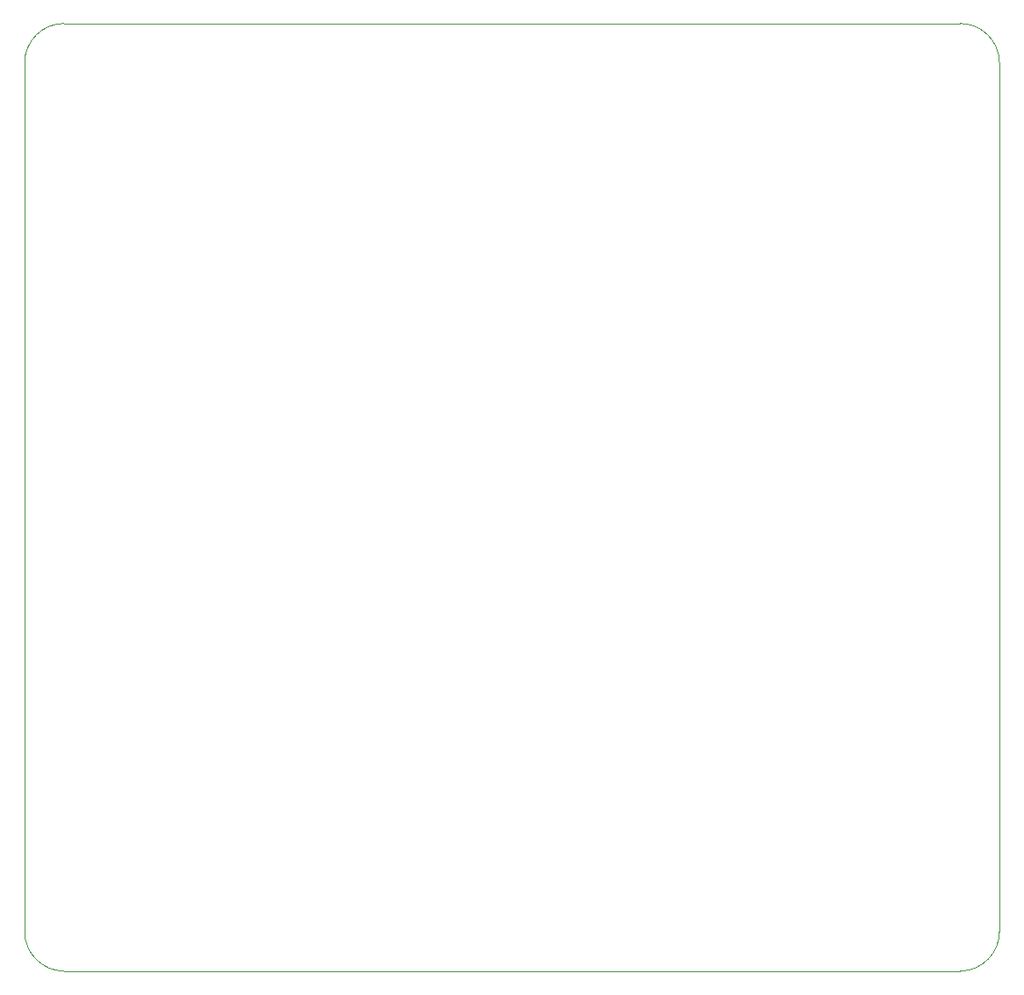
<source format=gbr>
%TF.GenerationSoftware,KiCad,Pcbnew,5.1.6*%
%TF.CreationDate,2020-08-05T20:54:26-07:00*%
%TF.ProjectId,shield,73686965-6c64-42e6-9b69-6361645f7063,rev?*%
%TF.SameCoordinates,Original*%
%TF.FileFunction,Profile,NP*%
%FSLAX46Y46*%
G04 Gerber Fmt 4.6, Leading zero omitted, Abs format (unit mm)*
G04 Created by KiCad (PCBNEW 5.1.6) date 2020-08-05 20:54:26*
%MOMM*%
%LPD*%
G01*
G04 APERTURE LIST*
%TA.AperFunction,Profile*%
%ADD10C,0.050000*%
%TD*%
G04 APERTURE END LIST*
D10*
X113030000Y-118110000D02*
X199390000Y-118110000D01*
X109220000Y-30480000D02*
X109220000Y-114300000D01*
X199390000Y-26670000D02*
X113030000Y-26670000D01*
X203200000Y-114300000D02*
X203200000Y-30480000D01*
X203200000Y-114300000D02*
G75*
G02*
X199390000Y-118110000I-3810000J0D01*
G01*
X113030000Y-118110000D02*
G75*
G02*
X109220000Y-114300000I0J3810000D01*
G01*
X109220000Y-30480000D02*
G75*
G02*
X113030000Y-26670000I3810000J0D01*
G01*
X199390000Y-26670000D02*
G75*
G02*
X203200000Y-30480000I0J-3810000D01*
G01*
M02*

</source>
